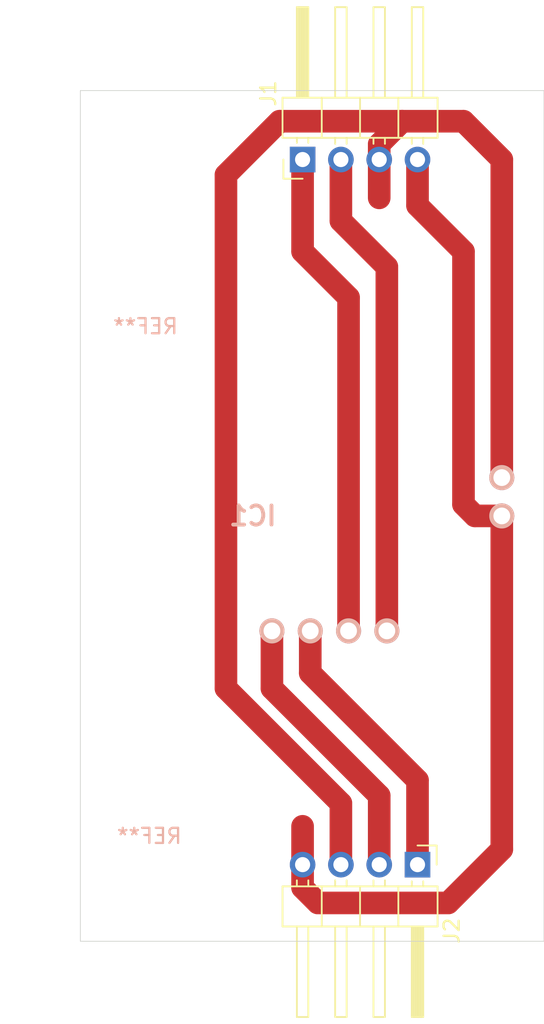
<source format=kicad_pcb>
(kicad_pcb (version 20171130) (host pcbnew 5.1.10-88a1d61d58~88~ubuntu18.04.1)

  (general
    (thickness 1.6)
    (drawings 4)
    (tracks 34)
    (zones 0)
    (modules 5)
    (nets 7)
  )

  (page A4)
  (layers
    (0 F.Cu signal)
    (31 B.Cu signal)
    (32 B.Adhes user)
    (33 F.Adhes user)
    (34 B.Paste user)
    (35 F.Paste user)
    (36 B.SilkS user)
    (37 F.SilkS user)
    (38 B.Mask user)
    (39 F.Mask user)
    (40 Dwgs.User user)
    (41 Cmts.User user)
    (42 Eco1.User user)
    (43 Eco2.User user)
    (44 Edge.Cuts user)
    (45 Margin user)
    (46 B.CrtYd user)
    (47 F.CrtYd user)
    (48 B.Fab user)
    (49 F.Fab user)
  )

  (setup
    (last_trace_width 0.25)
    (user_trace_width 1.5)
    (trace_clearance 0.2)
    (zone_clearance 0.508)
    (zone_45_only no)
    (trace_min 0.2)
    (via_size 0.8)
    (via_drill 0.4)
    (via_min_size 0.4)
    (via_min_drill 0.3)
    (uvia_size 0.3)
    (uvia_drill 0.1)
    (uvias_allowed no)
    (uvia_min_size 0.2)
    (uvia_min_drill 0.1)
    (edge_width 0.05)
    (segment_width 0.2)
    (pcb_text_width 0.3)
    (pcb_text_size 1.5 1.5)
    (mod_edge_width 0.12)
    (mod_text_size 1 1)
    (mod_text_width 0.15)
    (pad_size 1.665 1.665)
    (pad_drill 1.11)
    (pad_to_mask_clearance 0)
    (aux_axis_origin 0 0)
    (visible_elements FFFFFF7F)
    (pcbplotparams
      (layerselection 0x010fc_ffffffff)
      (usegerberextensions false)
      (usegerberattributes true)
      (usegerberadvancedattributes true)
      (creategerberjobfile true)
      (excludeedgelayer true)
      (linewidth 0.100000)
      (plotframeref false)
      (viasonmask false)
      (mode 1)
      (useauxorigin false)
      (hpglpennumber 1)
      (hpglpenspeed 20)
      (hpglpendiameter 15.000000)
      (psnegative false)
      (psa4output false)
      (plotreference true)
      (plotvalue true)
      (plotinvisibletext false)
      (padsonsilk false)
      (subtractmaskfromsilk false)
      (outputformat 1)
      (mirror false)
      (drillshape 0)
      (scaleselection 1)
      (outputdirectory "gerber/"))
  )

  (net 0 "")
  (net 1 "Net-(IC1-Pad26)")
  (net 2 "Net-(IC1-Pad25)")
  (net 3 "Net-(IC1-Pad24)")
  (net 4 "Net-(IC1-Pad23)")
  (net 5 GND)
  (net 6 +3V3)

  (net_class Default "This is the default net class."
    (clearance 0.2)
    (trace_width 0.25)
    (via_dia 0.8)
    (via_drill 0.4)
    (uvia_dia 0.3)
    (uvia_drill 0.1)
    (add_net +3V3)
    (add_net GND)
    (add_net "Net-(IC1-Pad23)")
    (add_net "Net-(IC1-Pad24)")
    (add_net "Net-(IC1-Pad25)")
    (add_net "Net-(IC1-Pad26)")
  )

  (module MountingHole:MountingHole_3.2mm_M3 (layer B.Cu) (tedit 56D1B4CB) (tstamp 61F088F0)
    (at 17.018 23.622)
    (descr "Mounting Hole 3.2mm, no annular, M3")
    (tags "mounting hole 3.2mm no annular m3")
    (attr virtual)
    (fp_text reference REF** (at 0 4.2) (layer B.SilkS)
      (effects (font (size 1 1) (thickness 0.15)) (justify mirror))
    )
    (fp_text value MountingHole_3.2mm_M3 (at 0 -4.2) (layer B.Fab)
      (effects (font (size 1 1) (thickness 0.15)) (justify mirror))
    )
    (fp_circle (center 0 0) (end 3.2 0) (layer Cmts.User) (width 0.15))
    (fp_circle (center 0 0) (end 3.45 0) (layer B.CrtYd) (width 0.05))
    (fp_text user %R (at 0.3 0) (layer B.Fab)
      (effects (font (size 1 1) (thickness 0.15)) (justify mirror))
    )
    (pad 1 np_thru_hole circle (at 0 0) (size 3.2 3.2) (drill 3.2) (layers *.Cu *.Mask))
  )

  (module MountingHole:MountingHole_3.2mm_M3 (layer B.Cu) (tedit 56D1B4CB) (tstamp 61F088D3)
    (at 17.272 57.404)
    (descr "Mounting Hole 3.2mm, no annular, M3")
    (tags "mounting hole 3.2mm no annular m3")
    (attr virtual)
    (fp_text reference REF** (at 0 4.2) (layer B.SilkS)
      (effects (font (size 1 1) (thickness 0.15)) (justify mirror))
    )
    (fp_text value MountingHole_3.2mm_M3 (at 0 -4.2) (layer B.Fab)
      (effects (font (size 1 1) (thickness 0.15)) (justify mirror))
    )
    (fp_circle (center 0 0) (end 3.2 0) (layer Cmts.User) (width 0.15))
    (fp_circle (center 0 0) (end 3.45 0) (layer B.CrtYd) (width 0.05))
    (fp_text user %R (at 0.3 0) (layer B.Fab)
      (effects (font (size 1 1) (thickness 0.15)) (justify mirror))
    )
    (pad 1 np_thru_hole circle (at 0 0) (size 3.2 3.2) (drill 3.2) (layers *.Cu *.Mask))
  )

  (module catbot_face:TEENSY40_cut (layer B.Cu) (tedit 61F060D8) (tstamp 61F07AF0)
    (at 7.62 32.766)
    (descr "TEENSY 4.0-4")
    (tags "Integrated Circuit")
    (path /6201E9AA)
    (fp_text reference IC1 (at 16.51 7.62) (layer B.SilkS)
      (effects (font (size 1.27 1.27) (thickness 0.254)) (justify mirror))
    )
    (fp_text value TEENSY_4.0 (at 16.51 7.62) (layer B.SilkS) hide
      (effects (font (size 1.27 1.27) (thickness 0.254)) (justify mirror))
    )
    (pad 26 thru_hole circle (at 17.78 15.24 270) (size 1.665 1.665) (drill 1.11) (layers *.Cu *.Mask B.SilkS)
      (net 1 "Net-(IC1-Pad26)"))
    (pad 25 thru_hole circle (at 20.32 15.24 270) (size 1.665 1.665) (drill 1.11) (layers *.Cu *.Mask B.SilkS)
      (net 2 "Net-(IC1-Pad25)"))
    (pad 24 thru_hole circle (at 22.86 15.24 270) (size 1.665 1.665) (drill 1.11) (layers *.Cu *.Mask B.SilkS)
      (net 3 "Net-(IC1-Pad24)"))
    (pad 23 thru_hole circle (at 25.4 15.24 270) (size 1.665 1.665) (drill 1.11) (layers *.Cu *.Mask B.SilkS)
      (net 4 "Net-(IC1-Pad23)"))
    (pad 17 thru_hole circle (at 33.02 7.62 270) (size 1.665 1.665) (drill 1.11) (layers *.Cu *.Mask B.SilkS)
      (net 5 GND))
    (pad 16 thru_hole circle (at 33.02 5.08 270) (size 1.665 1.665) (drill 1.11) (layers *.Cu *.Mask B.SilkS)
      (net 6 +3V3))
  )

  (module Connector_PinHeader_2.54mm:PinHeader_1x04_P2.54mm_Horizontal (layer F.Cu) (tedit 59FED5CB) (tstamp 61F4414D)
    (at 27.432 16.764 90)
    (descr "Through hole angled pin header, 1x04, 2.54mm pitch, 6mm pin length, single row")
    (tags "Through hole angled pin header THT 1x04 2.54mm single row")
    (path /620203FF)
    (fp_text reference J1 (at 4.385 -2.27 90) (layer F.SilkS)
      (effects (font (size 1 1) (thickness 0.15)))
    )
    (fp_text value eye_left (at 4.385 9.89 90) (layer F.Fab)
      (effects (font (size 1 1) (thickness 0.15)))
    )
    (fp_line (start 2.135 -1.27) (end 4.04 -1.27) (layer F.Fab) (width 0.1))
    (fp_line (start 4.04 -1.27) (end 4.04 8.89) (layer F.Fab) (width 0.1))
    (fp_line (start 4.04 8.89) (end 1.5 8.89) (layer F.Fab) (width 0.1))
    (fp_line (start 1.5 8.89) (end 1.5 -0.635) (layer F.Fab) (width 0.1))
    (fp_line (start 1.5 -0.635) (end 2.135 -1.27) (layer F.Fab) (width 0.1))
    (fp_line (start -0.32 -0.32) (end 1.5 -0.32) (layer F.Fab) (width 0.1))
    (fp_line (start -0.32 -0.32) (end -0.32 0.32) (layer F.Fab) (width 0.1))
    (fp_line (start -0.32 0.32) (end 1.5 0.32) (layer F.Fab) (width 0.1))
    (fp_line (start 4.04 -0.32) (end 10.04 -0.32) (layer F.Fab) (width 0.1))
    (fp_line (start 10.04 -0.32) (end 10.04 0.32) (layer F.Fab) (width 0.1))
    (fp_line (start 4.04 0.32) (end 10.04 0.32) (layer F.Fab) (width 0.1))
    (fp_line (start -0.32 2.22) (end 1.5 2.22) (layer F.Fab) (width 0.1))
    (fp_line (start -0.32 2.22) (end -0.32 2.86) (layer F.Fab) (width 0.1))
    (fp_line (start -0.32 2.86) (end 1.5 2.86) (layer F.Fab) (width 0.1))
    (fp_line (start 4.04 2.22) (end 10.04 2.22) (layer F.Fab) (width 0.1))
    (fp_line (start 10.04 2.22) (end 10.04 2.86) (layer F.Fab) (width 0.1))
    (fp_line (start 4.04 2.86) (end 10.04 2.86) (layer F.Fab) (width 0.1))
    (fp_line (start -0.32 4.76) (end 1.5 4.76) (layer F.Fab) (width 0.1))
    (fp_line (start -0.32 4.76) (end -0.32 5.4) (layer F.Fab) (width 0.1))
    (fp_line (start -0.32 5.4) (end 1.5 5.4) (layer F.Fab) (width 0.1))
    (fp_line (start 4.04 4.76) (end 10.04 4.76) (layer F.Fab) (width 0.1))
    (fp_line (start 10.04 4.76) (end 10.04 5.4) (layer F.Fab) (width 0.1))
    (fp_line (start 4.04 5.4) (end 10.04 5.4) (layer F.Fab) (width 0.1))
    (fp_line (start -0.32 7.3) (end 1.5 7.3) (layer F.Fab) (width 0.1))
    (fp_line (start -0.32 7.3) (end -0.32 7.94) (layer F.Fab) (width 0.1))
    (fp_line (start -0.32 7.94) (end 1.5 7.94) (layer F.Fab) (width 0.1))
    (fp_line (start 4.04 7.3) (end 10.04 7.3) (layer F.Fab) (width 0.1))
    (fp_line (start 10.04 7.3) (end 10.04 7.94) (layer F.Fab) (width 0.1))
    (fp_line (start 4.04 7.94) (end 10.04 7.94) (layer F.Fab) (width 0.1))
    (fp_line (start 1.44 -1.33) (end 1.44 8.95) (layer F.SilkS) (width 0.12))
    (fp_line (start 1.44 8.95) (end 4.1 8.95) (layer F.SilkS) (width 0.12))
    (fp_line (start 4.1 8.95) (end 4.1 -1.33) (layer F.SilkS) (width 0.12))
    (fp_line (start 4.1 -1.33) (end 1.44 -1.33) (layer F.SilkS) (width 0.12))
    (fp_line (start 4.1 -0.38) (end 10.1 -0.38) (layer F.SilkS) (width 0.12))
    (fp_line (start 10.1 -0.38) (end 10.1 0.38) (layer F.SilkS) (width 0.12))
    (fp_line (start 10.1 0.38) (end 4.1 0.38) (layer F.SilkS) (width 0.12))
    (fp_line (start 4.1 -0.32) (end 10.1 -0.32) (layer F.SilkS) (width 0.12))
    (fp_line (start 4.1 -0.2) (end 10.1 -0.2) (layer F.SilkS) (width 0.12))
    (fp_line (start 4.1 -0.08) (end 10.1 -0.08) (layer F.SilkS) (width 0.12))
    (fp_line (start 4.1 0.04) (end 10.1 0.04) (layer F.SilkS) (width 0.12))
    (fp_line (start 4.1 0.16) (end 10.1 0.16) (layer F.SilkS) (width 0.12))
    (fp_line (start 4.1 0.28) (end 10.1 0.28) (layer F.SilkS) (width 0.12))
    (fp_line (start 1.11 -0.38) (end 1.44 -0.38) (layer F.SilkS) (width 0.12))
    (fp_line (start 1.11 0.38) (end 1.44 0.38) (layer F.SilkS) (width 0.12))
    (fp_line (start 1.44 1.27) (end 4.1 1.27) (layer F.SilkS) (width 0.12))
    (fp_line (start 4.1 2.16) (end 10.1 2.16) (layer F.SilkS) (width 0.12))
    (fp_line (start 10.1 2.16) (end 10.1 2.92) (layer F.SilkS) (width 0.12))
    (fp_line (start 10.1 2.92) (end 4.1 2.92) (layer F.SilkS) (width 0.12))
    (fp_line (start 1.042929 2.16) (end 1.44 2.16) (layer F.SilkS) (width 0.12))
    (fp_line (start 1.042929 2.92) (end 1.44 2.92) (layer F.SilkS) (width 0.12))
    (fp_line (start 1.44 3.81) (end 4.1 3.81) (layer F.SilkS) (width 0.12))
    (fp_line (start 4.1 4.7) (end 10.1 4.7) (layer F.SilkS) (width 0.12))
    (fp_line (start 10.1 4.7) (end 10.1 5.46) (layer F.SilkS) (width 0.12))
    (fp_line (start 10.1 5.46) (end 4.1 5.46) (layer F.SilkS) (width 0.12))
    (fp_line (start 1.042929 4.7) (end 1.44 4.7) (layer F.SilkS) (width 0.12))
    (fp_line (start 1.042929 5.46) (end 1.44 5.46) (layer F.SilkS) (width 0.12))
    (fp_line (start 1.44 6.35) (end 4.1 6.35) (layer F.SilkS) (width 0.12))
    (fp_line (start 4.1 7.24) (end 10.1 7.24) (layer F.SilkS) (width 0.12))
    (fp_line (start 10.1 7.24) (end 10.1 8) (layer F.SilkS) (width 0.12))
    (fp_line (start 10.1 8) (end 4.1 8) (layer F.SilkS) (width 0.12))
    (fp_line (start 1.042929 7.24) (end 1.44 7.24) (layer F.SilkS) (width 0.12))
    (fp_line (start 1.042929 8) (end 1.44 8) (layer F.SilkS) (width 0.12))
    (fp_line (start -1.27 0) (end -1.27 -1.27) (layer F.SilkS) (width 0.12))
    (fp_line (start -1.27 -1.27) (end 0 -1.27) (layer F.SilkS) (width 0.12))
    (fp_line (start -1.8 -1.8) (end -1.8 9.4) (layer F.CrtYd) (width 0.05))
    (fp_line (start -1.8 9.4) (end 10.55 9.4) (layer F.CrtYd) (width 0.05))
    (fp_line (start 10.55 9.4) (end 10.55 -1.8) (layer F.CrtYd) (width 0.05))
    (fp_line (start 10.55 -1.8) (end -1.8 -1.8) (layer F.CrtYd) (width 0.05))
    (fp_text user %R (at 2.77 3.81) (layer F.Fab)
      (effects (font (size 1 1) (thickness 0.15)))
    )
    (pad 4 thru_hole oval (at 0 7.62 90) (size 1.7 1.7) (drill 1) (layers *.Cu *.Mask)
      (net 5 GND))
    (pad 3 thru_hole oval (at 0 5.08 90) (size 1.7 1.7) (drill 1) (layers *.Cu *.Mask)
      (net 6 +3V3))
    (pad 2 thru_hole oval (at 0 2.54 90) (size 1.7 1.7) (drill 1) (layers *.Cu *.Mask)
      (net 4 "Net-(IC1-Pad23)"))
    (pad 1 thru_hole rect (at 0 0 90) (size 1.7 1.7) (drill 1) (layers *.Cu *.Mask)
      (net 3 "Net-(IC1-Pad24)"))
    (model ${KISYS3DMOD}/Connector_PinHeader_2.54mm.3dshapes/PinHeader_1x04_P2.54mm_Horizontal.wrl
      (at (xyz 0 0 0))
      (scale (xyz 1 1 1))
      (rotate (xyz 0 0 0))
    )
  )

  (module Connector_PinHeader_2.54mm:PinHeader_1x04_P2.54mm_Horizontal (layer F.Cu) (tedit 59FED5CB) (tstamp 61F07E82)
    (at 35.052 63.5 270)
    (descr "Through hole angled pin header, 1x04, 2.54mm pitch, 6mm pin length, single row")
    (tags "Through hole angled pin header THT 1x04 2.54mm single row")
    (path /6202261F)
    (fp_text reference J2 (at 4.385 -2.27 90) (layer F.SilkS)
      (effects (font (size 1 1) (thickness 0.15)))
    )
    (fp_text value eye_left (at 4.385 9.89 90) (layer F.Fab)
      (effects (font (size 1 1) (thickness 0.15)))
    )
    (fp_line (start 2.135 -1.27) (end 4.04 -1.27) (layer F.Fab) (width 0.1))
    (fp_line (start 4.04 -1.27) (end 4.04 8.89) (layer F.Fab) (width 0.1))
    (fp_line (start 4.04 8.89) (end 1.5 8.89) (layer F.Fab) (width 0.1))
    (fp_line (start 1.5 8.89) (end 1.5 -0.635) (layer F.Fab) (width 0.1))
    (fp_line (start 1.5 -0.635) (end 2.135 -1.27) (layer F.Fab) (width 0.1))
    (fp_line (start -0.32 -0.32) (end 1.5 -0.32) (layer F.Fab) (width 0.1))
    (fp_line (start -0.32 -0.32) (end -0.32 0.32) (layer F.Fab) (width 0.1))
    (fp_line (start -0.32 0.32) (end 1.5 0.32) (layer F.Fab) (width 0.1))
    (fp_line (start 4.04 -0.32) (end 10.04 -0.32) (layer F.Fab) (width 0.1))
    (fp_line (start 10.04 -0.32) (end 10.04 0.32) (layer F.Fab) (width 0.1))
    (fp_line (start 4.04 0.32) (end 10.04 0.32) (layer F.Fab) (width 0.1))
    (fp_line (start -0.32 2.22) (end 1.5 2.22) (layer F.Fab) (width 0.1))
    (fp_line (start -0.32 2.22) (end -0.32 2.86) (layer F.Fab) (width 0.1))
    (fp_line (start -0.32 2.86) (end 1.5 2.86) (layer F.Fab) (width 0.1))
    (fp_line (start 4.04 2.22) (end 10.04 2.22) (layer F.Fab) (width 0.1))
    (fp_line (start 10.04 2.22) (end 10.04 2.86) (layer F.Fab) (width 0.1))
    (fp_line (start 4.04 2.86) (end 10.04 2.86) (layer F.Fab) (width 0.1))
    (fp_line (start -0.32 4.76) (end 1.5 4.76) (layer F.Fab) (width 0.1))
    (fp_line (start -0.32 4.76) (end -0.32 5.4) (layer F.Fab) (width 0.1))
    (fp_line (start -0.32 5.4) (end 1.5 5.4) (layer F.Fab) (width 0.1))
    (fp_line (start 4.04 4.76) (end 10.04 4.76) (layer F.Fab) (width 0.1))
    (fp_line (start 10.04 4.76) (end 10.04 5.4) (layer F.Fab) (width 0.1))
    (fp_line (start 4.04 5.4) (end 10.04 5.4) (layer F.Fab) (width 0.1))
    (fp_line (start -0.32 7.3) (end 1.5 7.3) (layer F.Fab) (width 0.1))
    (fp_line (start -0.32 7.3) (end -0.32 7.94) (layer F.Fab) (width 0.1))
    (fp_line (start -0.32 7.94) (end 1.5 7.94) (layer F.Fab) (width 0.1))
    (fp_line (start 4.04 7.3) (end 10.04 7.3) (layer F.Fab) (width 0.1))
    (fp_line (start 10.04 7.3) (end 10.04 7.94) (layer F.Fab) (width 0.1))
    (fp_line (start 4.04 7.94) (end 10.04 7.94) (layer F.Fab) (width 0.1))
    (fp_line (start 1.44 -1.33) (end 1.44 8.95) (layer F.SilkS) (width 0.12))
    (fp_line (start 1.44 8.95) (end 4.1 8.95) (layer F.SilkS) (width 0.12))
    (fp_line (start 4.1 8.95) (end 4.1 -1.33) (layer F.SilkS) (width 0.12))
    (fp_line (start 4.1 -1.33) (end 1.44 -1.33) (layer F.SilkS) (width 0.12))
    (fp_line (start 4.1 -0.38) (end 10.1 -0.38) (layer F.SilkS) (width 0.12))
    (fp_line (start 10.1 -0.38) (end 10.1 0.38) (layer F.SilkS) (width 0.12))
    (fp_line (start 10.1 0.38) (end 4.1 0.38) (layer F.SilkS) (width 0.12))
    (fp_line (start 4.1 -0.32) (end 10.1 -0.32) (layer F.SilkS) (width 0.12))
    (fp_line (start 4.1 -0.2) (end 10.1 -0.2) (layer F.SilkS) (width 0.12))
    (fp_line (start 4.1 -0.08) (end 10.1 -0.08) (layer F.SilkS) (width 0.12))
    (fp_line (start 4.1 0.04) (end 10.1 0.04) (layer F.SilkS) (width 0.12))
    (fp_line (start 4.1 0.16) (end 10.1 0.16) (layer F.SilkS) (width 0.12))
    (fp_line (start 4.1 0.28) (end 10.1 0.28) (layer F.SilkS) (width 0.12))
    (fp_line (start 1.11 -0.38) (end 1.44 -0.38) (layer F.SilkS) (width 0.12))
    (fp_line (start 1.11 0.38) (end 1.44 0.38) (layer F.SilkS) (width 0.12))
    (fp_line (start 1.44 1.27) (end 4.1 1.27) (layer F.SilkS) (width 0.12))
    (fp_line (start 4.1 2.16) (end 10.1 2.16) (layer F.SilkS) (width 0.12))
    (fp_line (start 10.1 2.16) (end 10.1 2.92) (layer F.SilkS) (width 0.12))
    (fp_line (start 10.1 2.92) (end 4.1 2.92) (layer F.SilkS) (width 0.12))
    (fp_line (start 1.042929 2.16) (end 1.44 2.16) (layer F.SilkS) (width 0.12))
    (fp_line (start 1.042929 2.92) (end 1.44 2.92) (layer F.SilkS) (width 0.12))
    (fp_line (start 1.44 3.81) (end 4.1 3.81) (layer F.SilkS) (width 0.12))
    (fp_line (start 4.1 4.7) (end 10.1 4.7) (layer F.SilkS) (width 0.12))
    (fp_line (start 10.1 4.7) (end 10.1 5.46) (layer F.SilkS) (width 0.12))
    (fp_line (start 10.1 5.46) (end 4.1 5.46) (layer F.SilkS) (width 0.12))
    (fp_line (start 1.042929 4.7) (end 1.44 4.7) (layer F.SilkS) (width 0.12))
    (fp_line (start 1.042929 5.46) (end 1.44 5.46) (layer F.SilkS) (width 0.12))
    (fp_line (start 1.44 6.35) (end 4.1 6.35) (layer F.SilkS) (width 0.12))
    (fp_line (start 4.1 7.24) (end 10.1 7.24) (layer F.SilkS) (width 0.12))
    (fp_line (start 10.1 7.24) (end 10.1 8) (layer F.SilkS) (width 0.12))
    (fp_line (start 10.1 8) (end 4.1 8) (layer F.SilkS) (width 0.12))
    (fp_line (start 1.042929 7.24) (end 1.44 7.24) (layer F.SilkS) (width 0.12))
    (fp_line (start 1.042929 8) (end 1.44 8) (layer F.SilkS) (width 0.12))
    (fp_line (start -1.27 0) (end -1.27 -1.27) (layer F.SilkS) (width 0.12))
    (fp_line (start -1.27 -1.27) (end 0 -1.27) (layer F.SilkS) (width 0.12))
    (fp_line (start -1.8 -1.8) (end -1.8 9.4) (layer F.CrtYd) (width 0.05))
    (fp_line (start -1.8 9.4) (end 10.55 9.4) (layer F.CrtYd) (width 0.05))
    (fp_line (start 10.55 9.4) (end 10.55 -1.8) (layer F.CrtYd) (width 0.05))
    (fp_line (start 10.55 -1.8) (end -1.8 -1.8) (layer F.CrtYd) (width 0.05))
    (fp_text user %R (at 2.77 3.81) (layer F.Fab)
      (effects (font (size 1 1) (thickness 0.15)))
    )
    (pad 4 thru_hole oval (at 0 7.62 270) (size 1.7 1.7) (drill 1) (layers *.Cu *.Mask)
      (net 5 GND))
    (pad 3 thru_hole oval (at 0 5.08 270) (size 1.7 1.7) (drill 1) (layers *.Cu *.Mask)
      (net 6 +3V3))
    (pad 2 thru_hole oval (at 0 2.54 270) (size 1.7 1.7) (drill 1) (layers *.Cu *.Mask)
      (net 1 "Net-(IC1-Pad26)"))
    (pad 1 thru_hole rect (at 0 0 270) (size 1.7 1.7) (drill 1) (layers *.Cu *.Mask)
      (net 2 "Net-(IC1-Pad25)"))
    (model ${KISYS3DMOD}/Connector_PinHeader_2.54mm.3dshapes/PinHeader_1x04_P2.54mm_Horizontal.wrl
      (at (xyz 0 0 0))
      (scale (xyz 1 1 1))
      (rotate (xyz 0 0 0))
    )
  )

  (gr_line (start 12.7 12.192) (end 12.7 68.58) (layer Edge.Cuts) (width 0.05))
  (gr_line (start 43.434 12.192) (end 12.7 12.192) (layer Edge.Cuts) (width 0.05))
  (gr_line (start 43.434 68.58) (end 43.434 12.192) (layer Edge.Cuts) (width 0.05))
  (gr_line (start 12.7 68.58) (end 43.434 68.58) (layer Edge.Cuts) (width 0.05))

  (segment (start 32.512 63.5) (end 32.512 58.928) (width 1.5) (layer F.Cu) (net 1))
  (segment (start 25.4 51.816) (end 25.4 48.006) (width 1.5) (layer F.Cu) (net 1))
  (segment (start 32.512 58.928) (end 25.4 51.816) (width 1.5) (layer F.Cu) (net 1))
  (segment (start 35.052 63.5) (end 35.052 57.912) (width 1.5) (layer F.Cu) (net 2))
  (segment (start 27.94 50.8) (end 27.94 48.006) (width 1.5) (layer F.Cu) (net 2))
  (segment (start 35.052 57.912) (end 27.94 50.8) (width 1.5) (layer F.Cu) (net 2))
  (segment (start 27.432 16.764) (end 27.432 22.86) (width 1.5) (layer F.Cu) (net 3))
  (segment (start 30.48 25.908) (end 30.48 48.006) (width 1.5) (layer F.Cu) (net 3))
  (segment (start 27.432 22.86) (end 30.48 25.908) (width 1.5) (layer F.Cu) (net 3))
  (segment (start 33.02 48.006) (end 33.02 23.876) (width 1.5) (layer F.Cu) (net 4))
  (segment (start 29.972 20.828) (end 29.972 16.764) (width 1.5) (layer F.Cu) (net 4))
  (segment (start 33.02 23.876) (end 29.972 20.828) (width 1.5) (layer F.Cu) (net 4))
  (segment (start 40.64 40.386) (end 38.862 40.386) (width 1.5) (layer F.Cu) (net 5))
  (segment (start 38.862 40.386) (end 38.1 39.624) (width 1.5) (layer F.Cu) (net 5))
  (segment (start 38.1 39.624) (end 38.1 22.86) (width 1.5) (layer F.Cu) (net 5))
  (segment (start 35.052 19.812) (end 35.052 16.764) (width 1.5) (layer F.Cu) (net 5))
  (segment (start 38.1 22.86) (end 35.052 19.812) (width 1.5) (layer F.Cu) (net 5))
  (segment (start 27.432 63.5) (end 27.432 65.024) (width 1.5) (layer F.Cu) (net 5))
  (segment (start 27.432 65.024) (end 28.448 66.04) (width 1.5) (layer F.Cu) (net 5))
  (segment (start 28.448 66.04) (end 37.084 66.04) (width 1.5) (layer F.Cu) (net 5))
  (segment (start 40.64 62.484) (end 40.64 40.386) (width 1.5) (layer F.Cu) (net 5))
  (segment (start 37.084 66.04) (end 40.64 62.484) (width 1.5) (layer F.Cu) (net 5))
  (segment (start 27.432 63.5) (end 27.432 60.96) (width 1.5) (layer F.Cu) (net 5))
  (segment (start 32.512 16.764) (end 32.512 19.304) (width 1.5) (layer F.Cu) (net 6))
  (segment (start 32.512 15.748) (end 32.512 16.764) (width 1.5) (layer F.Cu) (net 6))
  (segment (start 34.036 14.224) (end 32.512 15.748) (width 1.5) (layer F.Cu) (net 6))
  (segment (start 38.1 14.224) (end 34.036 14.224) (width 1.5) (layer F.Cu) (net 6))
  (segment (start 40.64 37.846) (end 40.64 16.764) (width 1.5) (layer F.Cu) (net 6))
  (segment (start 40.64 16.764) (end 38.1 14.224) (width 1.5) (layer F.Cu) (net 6))
  (segment (start 29.972 59.436) (end 29.972 63.5) (width 1.5) (layer F.Cu) (net 6))
  (segment (start 22.352 51.816) (end 29.972 59.436) (width 1.5) (layer F.Cu) (net 6))
  (segment (start 22.352 17.78) (end 22.352 51.816) (width 1.5) (layer F.Cu) (net 6))
  (segment (start 34.036 14.224) (end 25.908 14.224) (width 1.5) (layer F.Cu) (net 6))
  (segment (start 25.908 14.224) (end 22.352 17.78) (width 1.5) (layer F.Cu) (net 6))

)

</source>
